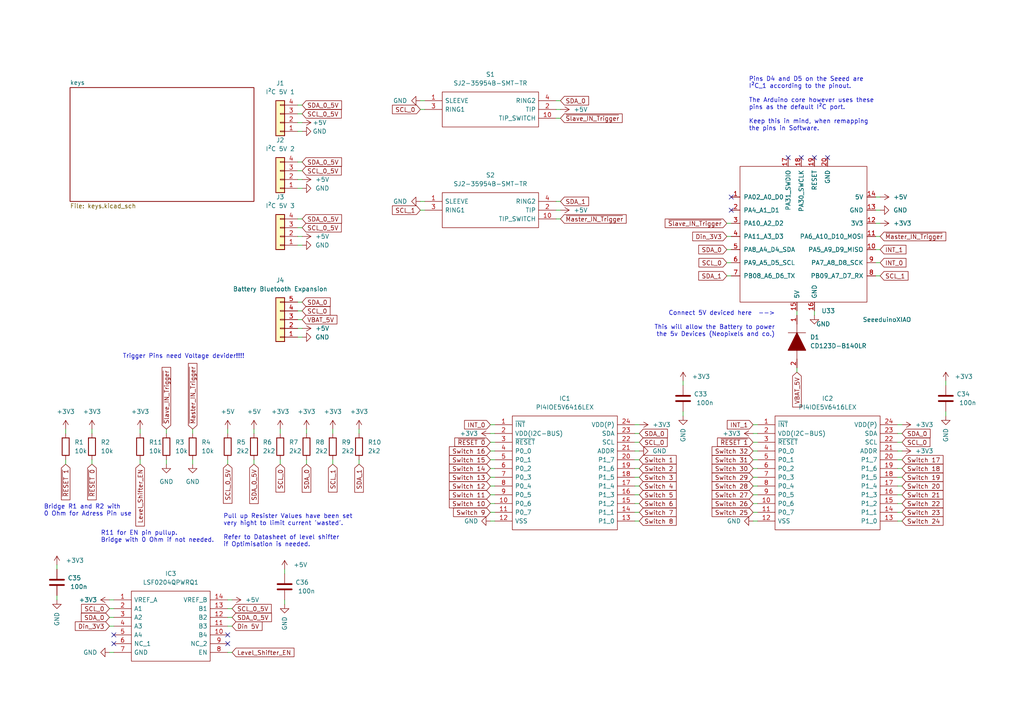
<source format=kicad_sch>
(kicad_sch (version 20211123) (generator eeschema)
  (paper "A4")
  (lib_symbols
    (symbol "Connector_Generic:Conn_01x04" (pin_names (offset 1.016) hide)
      (property "Reference" "J" (at 0 5.08 0))
      (property "Value" "Conn_01x04" (at 0 -7.62 0))
      (symbol "Conn_01x04_1_1"
        (rectangle (start -1.27 -4.953) (end 0 -5.207) (stroke (width 0.1524)))
        (rectangle (start -1.27 -2.413) (end 0 -2.667) (stroke (width 0.1524)))
        (rectangle (start -1.27 0.127) (end 0 -0.127) (stroke (width 0.1524)))
        (rectangle (start -1.27 2.667) (end 0 2.413) (stroke (width 0.1524)))
        (rectangle (start -1.27 3.81) (end 1.27 -6.35) (stroke (width 0.254)) (fill (type background)))
        (pin passive line (at -5.08 2.54 0) (length 3.81) (name "Pin_1") (number "1"))
        (pin passive line (at -5.08 0 0) (length 3.81) (name "Pin_2") (number "2"))
        (pin passive line (at -5.08 -2.54 0) (length 3.81) (name "Pin_3") (number "3"))
        (pin passive line (at -5.08 -5.08 0) (length 3.81) (name "Pin_4") (number "4"))
      )
    )
    (symbol "Connector_Generic:Conn_01x05" (pin_names (offset 1.016) hide)
      (property "Reference" "J" (at 0 7.62 0))
      (property "Value" "Conn_01x05" (at 0 -7.62 0))
      (symbol "Conn_01x05_1_1"
        (rectangle (start -1.27 -4.953) (end 0 -5.207) (stroke (width 0.1524)))
        (rectangle (start -1.27 -2.413) (end 0 -2.667) (stroke (width 0.1524)))
        (rectangle (start -1.27 0.127) (end 0 -0.127) (stroke (width 0.1524)))
        (rectangle (start -1.27 2.667) (end 0 2.413) (stroke (width 0.1524)))
        (rectangle (start -1.27 5.207) (end 0 4.953) (stroke (width 0.1524)))
        (rectangle (start -1.27 6.35) (end 1.27 -6.35) (stroke (width 0.254)) (fill (type background)))
        (pin passive line (at -5.08 5.08 0) (length 3.81) (name "Pin_1") (number "1"))
        (pin passive line (at -5.08 2.54 0) (length 3.81) (name "Pin_2") (number "2"))
        (pin passive line (at -5.08 0 0) (length 3.81) (name "Pin_3") (number "3"))
        (pin passive line (at -5.08 -2.54 0) (length 3.81) (name "Pin_4") (number "4"))
        (pin passive line (at -5.08 -5.08 0) (length 3.81) (name "Pin_5") (number "5"))
      )
    )
    (symbol "Device:C" (pin_numbers hide) (pin_names (offset 0.254))
      (property "Reference" "C" (at 0.635 2.54 0))
      (property "Value" "C" (at 0.635 -2.54 0))
      (symbol "C_0_1"
        (polyline (pts (xy -2.032 -0.762) (xy 2.032 -0.762)) (stroke (width 0.508)))
        (polyline (pts (xy -2.032 0.762) (xy 2.032 0.762)) (stroke (width 0.508)))
      )
      (symbol "C_1_1"
        (pin passive line (at 0 3.81 270) (length 2.794) (name "~") (number "1"))
        (pin passive line (at 0 -3.81 90) (length 2.794) (name "~") (number "2"))
      )
    )
    (symbol "Device:R" (pin_numbers hide) (pin_names (offset 0))
      (property "Reference" "R" (at 2.032 0 90))
      (property "Value" "R" (at 0 0 90))
      (symbol "R_0_1"
        (rectangle (start -1.016 -2.54) (end 1.016 2.54) (stroke (width 0.254)))
      )
      (symbol "R_1_1"
        (pin passive line (at 0 3.81 270) (length 1.27) (name "~") (number "1"))
        (pin passive line (at 0 -3.81 90) (length 1.27) (name "~") (number "2"))
      )
    )
    (symbol "SamacSys_Parts:CD123D-B140LR" (pin_names (offset 0.762))
      (property "Reference" "D" (at 11.43 5.08 0))
      (property "Value" "CD123D-B140LR" (at 11.43 2.54 0))
      (symbol "CD123D-B140LR_0_0"
        (pin passive line (at 0 0 0) (length 2.54) (name "~") (number "1"))
        (pin passive line (at 15.24 0 180) (length 2.54) (name "~") (number "2"))
      )
      (symbol "CD123D-B140LR_0_1"
        (polyline (pts (xy 2.54 0) (xy 5.08 0)) (stroke (width 0.1524)))
        (polyline (pts (xy 5.08 2.54) (xy 5.08 -2.54)) (stroke (width 0.1524)))
        (polyline (pts (xy 10.16 0) (xy 12.7 0)) (stroke (width 0.1524)))
        (polyline (pts (xy 5.08 0) (xy 10.16 2.54) (xy 10.16 -2.54) (xy 5.08 0)) (stroke (width 0.254)) (fill (type outline)))
      )
    )
    (symbol "SamacSys_Parts:LSF0204QPWRQ1" (pin_names (offset 0.762))
      (property "Reference" "IC" (at 29.21 7.62 0))
      (property "Value" "LSF0204QPWRQ1" (at 29.21 5.08 0))
      (symbol "LSF0204QPWRQ1_0_0"
        (pin passive line (at 0 0 0) (length 5.08) (name "VREF_A") (number "1"))
        (pin passive line (at 33.02 -10.16 180) (length 5.08) (name "B4") (number "10"))
        (pin passive line (at 33.02 -7.62 180) (length 5.08) (name "B3") (number "11"))
        (pin passive line (at 33.02 -5.08 180) (length 5.08) (name "B2") (number "12"))
        (pin passive line (at 33.02 -2.54 180) (length 5.08) (name "B1") (number "13"))
        (pin passive line (at 33.02 0 180) (length 5.08) (name "VREF_B") (number "14"))
        (pin passive line (at 0 -2.54 0) (length 5.08) (name "A1") (number "2"))
        (pin passive line (at 0 -5.08 0) (length 5.08) (name "A2") (number "3"))
        (pin passive line (at 0 -7.62 0) (length 5.08) (name "A3") (number "4"))
        (pin passive line (at 0 -10.16 0) (length 5.08) (name "A4") (number "5"))
        (pin passive line (at 0 -12.7 0) (length 5.08) (name "NC_1") (number "6"))
        (pin passive line (at 0 -15.24 0) (length 5.08) (name "GND") (number "7"))
        (pin passive line (at 33.02 -15.24 180) (length 5.08) (name "EN") (number "8"))
        (pin passive line (at 33.02 -12.7 180) (length 5.08) (name "NC_2") (number "9"))
      )
      (symbol "LSF0204QPWRQ1_0_1"
        (polyline (pts (xy 5.08 2.54) (xy 27.94 2.54) (xy 27.94 -17.78) (xy 5.08 -17.78) (xy 5.08 2.54)) (stroke (width 0.1524)))
      )
    )
    (symbol "SamacSys_Parts:PI4IOE5V6416LEX" (pin_names (offset 0.762))
      (property "Reference" "IC" (at 36.83 7.62 0))
      (property "Value" "PI4IOE5V6416LEX" (at 36.83 5.08 0))
      (symbol "PI4IOE5V6416LEX_0_0"
        (pin passive line (at 0 0 0) (length 5.08) (name "~{INT}") (number "1"))
        (pin passive line (at 0 -22.86 0) (length 5.08) (name "P0_6") (number "10"))
        (pin passive line (at 0 -25.4 0) (length 5.08) (name "P0_7") (number "11"))
        (pin passive line (at 0 -27.94 0) (length 5.08) (name "VSS") (number "12"))
        (pin passive line (at 40.64 -27.94 180) (length 5.08) (name "P1_0") (number "13"))
        (pin passive line (at 40.64 -25.4 180) (length 5.08) (name "P1_1") (number "14"))
        (pin passive line (at 40.64 -22.86 180) (length 5.08) (name "P1_2") (number "15"))
        (pin passive line (at 40.64 -20.32 180) (length 5.08) (name "P1_3") (number "16"))
        (pin passive line (at 40.64 -17.78 180) (length 5.08) (name "P1_4") (number "17"))
        (pin passive line (at 40.64 -15.24 180) (length 5.08) (name "P1_5") (number "18"))
        (pin passive line (at 40.64 -12.7 180) (length 5.08) (name "P1_6") (number "19"))
        (pin passive line (at 0 -2.54 0) (length 5.08) (name "VDD(I2C-BUS)") (number "2"))
        (pin passive line (at 40.64 -10.16 180) (length 5.08) (name "P1_7") (number "20"))
        (pin passive line (at 40.64 -7.62 180) (length 5.08) (name "ADDR") (number "21"))
        (pin passive line (at 40.64 -5.08 180) (length 5.08) (name "SCL") (number "22"))
        (pin passive line (at 40.64 -2.54 180) (length 5.08) (name "SDA") (number "23"))
        (pin passive line (at 40.64 0 180) (length 5.08) (name "VDD(P)") (number "24"))
        (pin passive line (at 0 -5.08 0) (length 5.08) (name "~{RESET}") (number "3"))
        (pin passive line (at 0 -7.62 0) (length 5.08) (name "P0_0") (number "4"))
        (pin passive line (at 0 -10.16 0) (length 5.08) (name "P0_1") (number "5"))
        (pin passive line (at 0 -12.7 0) (length 5.08) (name "P0_2") (number "6"))
        (pin passive line (at 0 -15.24 0) (length 5.08) (name "P0_3") (number "7"))
        (pin passive line (at 0 -17.78 0) (length 5.08) (name "P0_4") (number "8"))
        (pin passive line (at 0 -20.32 0) (length 5.08) (name "P0_5") (number "9"))
      )
      (symbol "PI4IOE5V6416LEX_0_1"
        (polyline (pts (xy 5.08 2.54) (xy 35.56 2.54) (xy 35.56 -30.48) (xy 5.08 -30.48) (xy 5.08 2.54)) (stroke (width 0.1524)))
      )
    )
    (symbol "SamacSys_Parts:SJ2-35954B-SMT-TR" (pin_names (offset 0.762))
      (property "Reference" "S" (at 34.29 7.62 0))
      (property "Value" "SJ2-35954B-SMT-TR" (at 34.29 5.08 0))
      (symbol "SJ2-35954B-SMT-TR_0_0"
        (pin passive line (at 0 0 0) (length 5.08) (name "SLEEVE") (number "1"))
        (pin passive line (at 38.1 -5.08 180) (length 5.08) (name "TIP_SWITCH") (number "10"))
        (pin passive line (at 38.1 -2.54 180) (length 5.08) (name "TIP") (number "2"))
        (pin passive line (at 0 -2.54 0) (length 5.08) (name "RING1") (number "3"))
        (pin passive line (at 38.1 0 180) (length 5.08) (name "RING2") (number "4"))
      )
      (symbol "SJ2-35954B-SMT-TR_0_1"
        (polyline (pts (xy 5.08 2.54) (xy 33.02 2.54) (xy 33.02 -7.62) (xy 5.08 -7.62) (xy 5.08 2.54)) (stroke (width 0.1524)))
      )
    )
    (symbol "Seeeduino XIAO:SeeeduinoXIAO" (pin_names (offset 1.016))
      (property "Reference" "U" (at -19.05 22.86 0))
      (property "Value" "SeeeduinoXIAO" (at -12.7 21.59 0))
      (symbol "SeeeduinoXIAO_0_1"
        (rectangle (start -19.05 20.32) (end 17.78 -19.05))
      )
      (symbol "SeeeduinoXIAO_1_1"
        (pin unspecified line (at -21.59 11.43 0) (length 2.54) (name "PA02_A0_D0") (number "1"))
        (pin unspecified line (at 20.32 -3.81 180) (length 2.54) (name "PA5_A9_D9_MISO") (number "10"))
        (pin unspecified line (at 20.32 0 180) (length 2.54) (name "PA6_A10_D10_MOSI") (number "11"))
        (pin unspecified line (at 20.32 3.81 180) (length 2.54) (name "3V3") (number "12"))
        (pin unspecified line (at 20.32 7.62 180) (length 2.54) (name "GND") (number "13"))
        (pin unspecified line (at 20.32 11.43 180) (length 2.54) (name "5V") (number "14"))
        (pin input line (at -2.54 -21.59 90) (length 2.54) (name "5V") (number "15"))
        (pin input line (at 2.54 -21.59 90) (length 2.54) (name "GND") (number "16"))
        (pin input line (at -5.08 22.86 270) (length 2.54) (name "PA31_SWDIO") (number "17"))
        (pin input line (at -1.27 22.86 270) (length 2.54) (name "PA30_SWCLK") (number "18"))
        (pin input line (at 2.54 22.86 270) (length 2.54) (name "RESET") (number "19"))
        (pin unspecified line (at -21.59 7.62 0) (length 2.54) (name "PA4_A1_D1") (number "2"))
        (pin input line (at 6.35 22.86 270) (length 2.54) (name "GND") (number "20"))
        (pin unspecified line (at -21.59 3.81 0) (length 2.54) (name "PA10_A2_D2") (number "3"))
        (pin unspecified line (at -21.59 0 0) (length 2.54) (name "PA11_A3_D3") (number "4"))
        (pin unspecified line (at -21.59 -3.81 0) (length 2.54) (name "PA8_A4_D4_SDA") (number "5"))
        (pin unspecified line (at -21.59 -7.62 0) (length 2.54) (name "PA9_A5_D5_SCL") (number "6"))
        (pin unspecified line (at -21.59 -11.43 0) (length 2.54) (name "PB08_A6_D6_TX") (number "7"))
        (pin unspecified line (at 20.32 -11.43 180) (length 2.54) (name "PB09_A7_D7_RX") (number "8"))
        (pin unspecified line (at 20.32 -7.62 180) (length 2.54) (name "PA7_A8_D8_SCK") (number "9"))
      )
    )
    (symbol "power:+3V3" (power) (pin_names (offset 0))
      (property "Value" "+3V3" (at 0 3.556 0))
      (symbol "+3V3_0_1"
        (polyline (pts (xy -0.762 1.27) (xy 0 2.54)))
        (polyline (pts (xy 0 0) (xy 0 2.54)))
        (polyline (pts (xy 0 2.54) (xy 0.762 1.27)))
      )
      (symbol "+3V3_1_1"
        (pin power_in line (at 0 0 90) (length 0) hide (name "+3V3") (number "1"))
      )
    )
    (symbol "power:+5V" (power) (pin_names (offset 0))
      (property "Value" "+5V" (at 0 3.556 0))
      (symbol "+5V_0_1"
        (polyline (pts (xy -0.762 1.27) (xy 0 2.54)))
        (polyline (pts (xy 0 0) (xy 0 2.54)))
        (polyline (pts (xy 0 2.54) (xy 0.762 1.27)))
      )
      (symbol "+5V_1_1"
        (pin power_in line (at 0 0 90) (length 0) hide (name "+5V") (number "1"))
      )
    )
    (symbol "power:GND" (power) (pin_names (offset 0))
      (property "Value" "GND" (at 0 -3.81 0))
      (symbol "GND_0_1"
        (polyline (pts (xy 0 0) (xy 0 -1.27) (xy 1.27 -1.27) (xy 0 -2.54) (xy -1.27 -1.27) (xy 0 -1.27)))
      )
      (symbol "GND_1_1"
        (pin power_in line (at 0 0 270) (length 0) hide (name "GND") (number "1"))
      )
    )
  )
  (no_connect (at 212.09 60.96))
  (no_connect (at 66.04 184.15))
  (no_connect (at 33.02 184.15))
  (no_connect (at 212.09 57.15))
  (no_connect (at 66.04 186.69))
  (no_connect (at 33.02 186.69))
  (no_connect (at 232.41 45.72))
  (no_connect (at 236.22 45.72))
  (no_connect (at 228.6 45.72))
  (no_connect (at 240.03 45.72))
  (wire (pts (xy 87.63 68.58) (xy 86.36 68.58)))
  (wire (pts (xy 16.51 173.99) (xy 16.51 172.72)))
  (wire (pts (xy 261.62 123.19) (xy 260.35 123.19)))
  (wire (pts (xy 142.24 135.89) (xy 143.51 135.89)))
  (wire (pts (xy 142.24 138.43) (xy 143.51 138.43)))
  (wire (pts (xy 67.31 179.07) (xy 66.04 179.07)))
  (wire (pts (xy 87.63 71.12) (xy 86.36 71.12)))
  (wire (pts (xy 261.62 143.51) (xy 260.35 143.51)))
  (wire (pts (xy 210.82 72.39) (xy 212.09 72.39)))
  (wire (pts (xy 218.44 146.05) (xy 219.71 146.05)))
  (wire (pts (xy 87.63 46.99) (xy 86.36 46.99)))
  (wire (pts (xy 185.42 128.27) (xy 184.15 128.27)))
  (wire (pts (xy 218.44 140.97) (xy 219.71 140.97)))
  (wire (pts (xy 96.52 134.62) (xy 96.52 133.35)))
  (wire (pts (xy 142.24 128.27) (xy 143.51 128.27)))
  (wire (pts (xy 255.27 76.2) (xy 254 76.2)))
  (wire (pts (xy 87.63 92.71) (xy 86.36 92.71)))
  (wire (pts (xy 185.42 151.13) (xy 184.15 151.13)))
  (wire (pts (xy 73.66 134.62) (xy 73.66 133.35)))
  (wire (pts (xy 67.31 181.61) (xy 66.04 181.61)))
  (wire (pts (xy 210.82 80.01) (xy 212.09 80.01)))
  (wire (pts (xy 218.44 148.59) (xy 219.71 148.59)))
  (wire (pts (xy 142.24 143.51) (xy 143.51 143.51)))
  (wire (pts (xy 87.63 54.61) (xy 86.36 54.61)))
  (wire (pts (xy 87.63 95.25) (xy 86.36 95.25)))
  (wire (pts (xy 218.44 151.13) (xy 219.71 151.13)))
  (wire (pts (xy 231.14 107.95) (xy 231.14 106.68)))
  (wire (pts (xy 218.44 123.19) (xy 219.71 123.19)))
  (wire (pts (xy 210.82 76.2) (xy 212.09 76.2)))
  (wire (pts (xy 88.9 124.46) (xy 88.9 125.73)))
  (wire (pts (xy 26.67 134.62) (xy 26.67 133.35)))
  (wire (pts (xy 31.75 179.07) (xy 33.02 179.07)))
  (wire (pts (xy 87.63 35.56) (xy 86.36 35.56)))
  (wire (pts (xy 255.27 57.15) (xy 254 57.15)))
  (wire (pts (xy 142.24 146.05) (xy 143.51 146.05)))
  (wire (pts (xy 73.66 124.46) (xy 73.66 125.73)))
  (wire (pts (xy 210.82 68.58) (xy 212.09 68.58)))
  (wire (pts (xy 218.44 143.51) (xy 219.71 143.51)))
  (wire (pts (xy 16.51 163.83) (xy 16.51 165.1)))
  (wire (pts (xy 81.28 124.46) (xy 81.28 125.73)))
  (wire (pts (xy 142.24 151.13) (xy 143.51 151.13)))
  (wire (pts (xy 218.44 125.73) (xy 219.71 125.73)))
  (wire (pts (xy 261.62 138.43) (xy 260.35 138.43)))
  (wire (pts (xy 67.31 173.99) (xy 66.04 173.99)))
  (wire (pts (xy 162.56 31.75) (xy 161.29 31.75)))
  (wire (pts (xy 161.29 63.5) (xy 162.56 63.5)))
  (wire (pts (xy 19.05 124.46) (xy 19.05 125.73)))
  (wire (pts (xy 185.42 135.89) (xy 184.15 135.89)))
  (wire (pts (xy 185.42 148.59) (xy 184.15 148.59)))
  (wire (pts (xy 121.92 29.21) (xy 123.19 29.21)))
  (wire (pts (xy 142.24 130.81) (xy 143.51 130.81)))
  (wire (pts (xy 236.22 91.44) (xy 236.22 90.17)))
  (wire (pts (xy 162.56 60.96) (xy 161.29 60.96)))
  (wire (pts (xy 19.05 134.62) (xy 19.05 133.35)))
  (wire (pts (xy 162.56 58.42) (xy 161.29 58.42)))
  (wire (pts (xy 121.92 31.75) (xy 123.19 31.75)))
  (wire (pts (xy 31.75 176.53) (xy 33.02 176.53)))
  (wire (pts (xy 87.63 49.53) (xy 86.36 49.53)))
  (wire (pts (xy 255.27 68.58) (xy 254 68.58)))
  (wire (pts (xy 87.63 90.17) (xy 86.36 90.17)))
  (wire (pts (xy 218.44 128.27) (xy 219.71 128.27)))
  (wire (pts (xy 185.42 140.97) (xy 184.15 140.97)))
  (wire (pts (xy 185.42 125.73) (xy 184.15 125.73)))
  (wire (pts (xy 104.14 134.62) (xy 104.14 133.35)))
  (wire (pts (xy 261.62 130.81) (xy 260.35 130.81)))
  (wire (pts (xy 162.56 29.21) (xy 161.29 29.21)))
  (wire (pts (xy 87.63 33.02) (xy 86.36 33.02)))
  (wire (pts (xy 185.42 146.05) (xy 184.15 146.05)))
  (wire (pts (xy 31.75 181.61) (xy 33.02 181.61)))
  (wire (pts (xy 142.24 148.59) (xy 143.51 148.59)))
  (wire (pts (xy 87.63 87.63) (xy 86.36 87.63)))
  (wire (pts (xy 66.04 134.62) (xy 66.04 133.35)))
  (wire (pts (xy 31.75 189.23) (xy 33.02 189.23)))
  (wire (pts (xy 261.62 148.59) (xy 260.35 148.59)))
  (wire (pts (xy 48.26 134.62) (xy 48.26 133.35)))
  (wire (pts (xy 87.63 63.5) (xy 86.36 63.5)))
  (wire (pts (xy 161.29 34.29) (xy 162.56 34.29)))
  (wire (pts (xy 31.75 173.99) (xy 33.02 173.99)))
  (wire (pts (xy 40.64 134.62) (xy 40.64 133.35)))
  (wire (pts (xy 261.62 133.35) (xy 260.35 133.35)))
  (wire (pts (xy 261.62 140.97) (xy 260.35 140.97)))
  (wire (pts (xy 55.88 134.62) (xy 55.88 133.35)))
  (wire (pts (xy 185.42 130.81) (xy 184.15 130.81)))
  (wire (pts (xy 55.88 124.46) (xy 55.88 125.73)))
  (wire (pts (xy 67.31 176.53) (xy 66.04 176.53)))
  (wire (pts (xy 261.62 151.13) (xy 260.35 151.13)))
  (wire (pts (xy 142.24 125.73) (xy 143.51 125.73)))
  (wire (pts (xy 48.26 124.46) (xy 48.26 125.73)))
  (wire (pts (xy 255.27 80.01) (xy 254 80.01)))
  (wire (pts (xy 261.62 135.89) (xy 260.35 135.89)))
  (wire (pts (xy 255.27 72.39) (xy 254 72.39)))
  (wire (pts (xy 87.63 52.07) (xy 86.36 52.07)))
  (wire (pts (xy 218.44 130.81) (xy 219.71 130.81)))
  (wire (pts (xy 142.24 123.19) (xy 143.51 123.19)))
  (wire (pts (xy 104.14 124.46) (xy 104.14 125.73)))
  (wire (pts (xy 210.82 64.77) (xy 212.09 64.77)))
  (wire (pts (xy 261.62 146.05) (xy 260.35 146.05)))
  (wire (pts (xy 231.14 91.44) (xy 231.14 90.17)))
  (wire (pts (xy 66.04 124.46) (xy 66.04 125.73)))
  (wire (pts (xy 142.24 133.35) (xy 143.51 133.35)))
  (wire (pts (xy 198.12 110.49) (xy 198.12 111.76)))
  (wire (pts (xy 198.12 120.65) (xy 198.12 119.38)))
  (wire (pts (xy 185.42 138.43) (xy 184.15 138.43)))
  (wire (pts (xy 142.24 140.97) (xy 143.51 140.97)))
  (wire (pts (xy 255.27 60.96) (xy 254 60.96)))
  (wire (pts (xy 88.9 134.62) (xy 88.9 133.35)))
  (wire (pts (xy 121.92 60.96) (xy 123.19 60.96)))
  (wire (pts (xy 81.28 134.62) (xy 81.28 133.35)))
  (wire (pts (xy 67.31 189.23) (xy 66.04 189.23)))
  (wire (pts (xy 255.27 64.77) (xy 254 64.77)))
  (wire (pts (xy 87.63 66.04) (xy 86.36 66.04)))
  (wire (pts (xy 96.52 124.46) (xy 96.52 125.73)))
  (wire (pts (xy 87.63 30.48) (xy 86.36 30.48)))
  (wire (pts (xy 82.55 175.26) (xy 82.55 173.99)))
  (wire (pts (xy 82.55 165.1) (xy 82.55 166.37)))
  (wire (pts (xy 121.92 58.42) (xy 123.19 58.42)))
  (wire (pts (xy 218.44 135.89) (xy 219.71 135.89)))
  (wire (pts (xy 261.62 125.73) (xy 260.35 125.73)))
  (wire (pts (xy 26.67 124.46) (xy 26.67 125.73)))
  (wire (pts (xy 274.32 110.49) (xy 274.32 111.76)))
  (wire (pts (xy 261.62 128.27) (xy 260.35 128.27)))
  (wire (pts (xy 218.44 138.43) (xy 219.71 138.43)))
  (wire (pts (xy 185.42 143.51) (xy 184.15 143.51)))
  (wire (pts (xy 87.63 38.1) (xy 86.36 38.1)))
  (wire (pts (xy 185.42 133.35) (xy 184.15 133.35)))
  (wire (pts (xy 218.44 133.35) (xy 219.71 133.35)))
  (wire (pts (xy 185.42 123.19) (xy 184.15 123.19)))
  (wire (pts (xy 40.64 124.46) (xy 40.64 125.73)))
  (wire (pts (xy 274.32 120.65) (xy 274.32 119.38)))
  (wire (pts (xy 87.63 97.79) (xy 86.36 97.79)))
  (text "Trigger Pins need Voltage devider!!!!" (at 35.56 104.14 0) (effects (font (size 1.27 1.27)) (justify left bottom)))
  (text "Pins D4 and D5 on the Seeed are\nI²C_1 according to the pinout.\n\nThe Arduino core however uses these\npins as the default I²C port.\n\nKeep this in mind, when remapping\nthe pins in Software." (at 217.17 38.1 0) (effects (font (size 1.27 1.27)) (justify left bottom)))
  (text "R11 for EN pin pullup.\nBridge with 0 Ohm if not needed." (at 29.21 157.48 0) (effects (font (size 1.27 1.27)) (justify left bottom)))
  (text "Connect 5V deviced here  -->\n\nThis will allow the Battery to power\nthe 5v Devices (Neopixels and co.)" (at 224.79 97.79 180) (effects (font (size 1.27 1.27)) (justify right bottom)))
  (text "Bridge R1 and R2 with\n0 Ohm for Adress Pin use" (at 12.7 149.86 0) (effects (font (size 1.27 1.27)) (justify left bottom)))
  (text "Pull up Resister Values have been set\nvery hight to limit current 'wasted'.\n\nRefer to Datasheet of level shifter\nif Optimisation is needed." (at 64.77 158.75 0) (effects (font (size 1.27 1.27)) (justify left bottom)))
  (global_label "Switch 9" (shape input) (at 142.24 148.59 180) (property "Intersheet References" "${INTERSHEET_REFS}" (effects hide)))
  (global_label "SDA_0" (shape input) (at 31.75 179.07 180) (property "Intersheet References" "${INTERSHEET_REFS}" (effects hide)))
  (global_label "~{Slave_IN_Trigger}" (shape input) (at 48.26 124.46 90) (property "Intersheet References" "${INTERSHEET_REFS}" (effects hide)))
  (global_label "~{Slave_IN_Trigger}" (shape input) (at 210.82 64.77 180) (property "Intersheet References" "${INTERSHEET_REFS}" (effects hide)))
  (global_label "INT_1" (shape input) (at 255.27 72.39 0) (property "Intersheet References" "${INTERSHEET_REFS}" (effects hide)))
  (global_label "Switch 20" (shape input) (at 261.62 140.97 0) (property "Intersheet References" "${INTERSHEET_REFS}" (effects hide)))
  (global_label "Switch 18" (shape input) (at 261.62 135.89 0) (property "Intersheet References" "${INTERSHEET_REFS}" (effects hide)))
  (global_label "SCL_1" (shape input) (at 96.52 134.62 270) (property "Intersheet References" "${INTERSHEET_REFS}" (effects hide)))
  (global_label "Din 5V" (shape input) (at 67.31 181.61 0) (property "Intersheet References" "${INTERSHEET_REFS}" (effects hide)))
  (global_label "Switch 29" (shape input) (at 218.44 138.43 180) (property "Intersheet References" "${INTERSHEET_REFS}" (effects hide)))
  (global_label "Level_Shifter_EN" (shape input) (at 67.31 189.23 0) (property "Intersheet References" "${INTERSHEET_REFS}" (effects hide)))
  (global_label "SCL_0" (shape input) (at 81.28 134.62 270) (property "Intersheet References" "${INTERSHEET_REFS}" (effects hide)))
  (global_label "Switch 10" (shape input) (at 142.24 146.05 180) (property "Intersheet References" "${INTERSHEET_REFS}" (effects hide)))
  (global_label "Switch 24" (shape input) (at 261.62 151.13 0) (property "Intersheet References" "${INTERSHEET_REFS}" (effects hide)))
  (global_label "SCL_1" (shape input) (at 121.92 60.96 180) (property "Intersheet References" "${INTERSHEET_REFS}" (effects hide)))
  (global_label "~{Master_IN_Trigger}" (shape input) (at 162.56 63.5 0) (property "Intersheet References" "${INTERSHEET_REFS}" (effects hide)))
  (global_label "SDA_0_5V" (shape input) (at 73.66 134.62 270) (property "Intersheet References" "${INTERSHEET_REFS}" (effects hide)))
  (global_label "SDA_0" (shape input) (at 261.62 125.73 0) (property "Intersheet References" "${INTERSHEET_REFS}" (effects hide)))
  (global_label "SDA_0_5V" (shape input) (at 67.31 179.07 0) (property "Intersheet References" "${INTERSHEET_REFS}" (effects hide)))
  (global_label "Switch 15" (shape input) (at 142.24 133.35 180) (property "Intersheet References" "${INTERSHEET_REFS}" (effects hide)))
  (global_label "INT_0" (shape input) (at 255.27 76.2 0) (property "Intersheet References" "${INTERSHEET_REFS}" (effects hide)))
  (global_label "SCL_0_5V" (shape input) (at 87.63 49.53 0) (property "Intersheet References" "${INTERSHEET_REFS}" (effects hide)))
  (global_label "Switch 5" (shape input) (at 185.42 143.51 0) (property "Intersheet References" "${INTERSHEET_REFS}" (effects hide)))
  (global_label "SDA_0" (shape input) (at 162.56 29.21 0) (property "Intersheet References" "${INTERSHEET_REFS}" (effects hide)))
  (global_label "VBAT_5V" (shape input) (at 87.63 92.71 0) (property "Intersheet References" "${INTERSHEET_REFS}" (effects hide)))
  (global_label "Switch 4" (shape input) (at 185.42 140.97 0) (property "Intersheet References" "${INTERSHEET_REFS}" (effects hide)))
  (global_label "Din_3V3" (shape input) (at 31.75 181.61 180) (property "Intersheet References" "${INTERSHEET_REFS}" (effects hide)))
  (global_label "Switch 1" (shape input) (at 185.42 133.35 0) (property "Intersheet References" "${INTERSHEET_REFS}" (effects hide)))
  (global_label "Switch 6" (shape input) (at 185.42 146.05 0) (property "Intersheet References" "${INTERSHEET_REFS}" (effects hide)))
  (global_label "Switch 11" (shape input) (at 142.24 143.51 180) (property "Intersheet References" "${INTERSHEET_REFS}" (effects hide)))
  (global_label "Level_Shifter_EN" (shape input) (at 40.64 134.62 270) (property "Intersheet References" "${INTERSHEET_REFS}" (effects hide)))
  (global_label "SCL_0" (shape input) (at 185.42 128.27 0) (property "Intersheet References" "${INTERSHEET_REFS}" (effects hide)))
  (global_label "SCL_0_5V" (shape input) (at 87.63 66.04 0) (property "Intersheet References" "${INTERSHEET_REFS}" (effects hide)))
  (global_label "SDA_0_5V" (shape input) (at 87.63 46.99 0) (property "Intersheet References" "${INTERSHEET_REFS}" (effects hide)))
  (global_label "SDA_1" (shape input) (at 162.56 58.42 0) (property "Intersheet References" "${INTERSHEET_REFS}" (effects hide)))
  (global_label "~{Master_IN_Trigger}" (shape input) (at 255.27 68.58 0) (property "Intersheet References" "${INTERSHEET_REFS}" (effects hide)))
  (global_label "VBAT_5V" (shape input) (at 231.14 107.95 270) (property "Intersheet References" "${INTERSHEET_REFS}" (effects hide)))
  (global_label "SCL_0" (shape input) (at 261.62 128.27 0) (property "Intersheet References" "${INTERSHEET_REFS}" (effects hide)))
  (global_label "Din_3V3" (shape input) (at 210.82 68.58 180) (property "Intersheet References" "${INTERSHEET_REFS}" (effects hide)))
  (global_label "Switch 13" (shape input) (at 142.24 138.43 180) (property "Intersheet References" "${INTERSHEET_REFS}" (effects hide)))
  (global_label "Switch 19" (shape input) (at 261.62 138.43 0) (property "Intersheet References" "${INTERSHEET_REFS}" (effects hide)))
  (global_label "~{Slave_IN_Trigger}" (shape input) (at 162.56 34.29 0) (property "Intersheet References" "${INTERSHEET_REFS}" (effects hide)))
  (global_label "Switch 23" (shape input) (at 261.62 148.59 0) (property "Intersheet References" "${INTERSHEET_REFS}" (effects hide)))
  (global_label "Switch 25" (shape input) (at 218.44 148.59 180) (property "Intersheet References" "${INTERSHEET_REFS}" (effects hide)))
  (global_label "INT_0" (shape input) (at 142.24 123.19 180) (property "Intersheet References" "${INTERSHEET_REFS}" (effects hide)))
  (global_label "SDA_0" (shape input) (at 210.82 72.39 180) (property "Intersheet References" "${INTERSHEET_REFS}" (effects hide)))
  (global_label "Switch 28" (shape input) (at 218.44 140.97 180) (property "Intersheet References" "${INTERSHEET_REFS}" (effects hide)))
  (global_label "~{RESET 0}" (shape input) (at 142.24 128.27 180) (property "Intersheet References" "${INTERSHEET_REFS}" (effects hide)))
  (global_label "Switch 26" (shape input) (at 218.44 146.05 180) (property "Intersheet References" "${INTERSHEET_REFS}" (effects hide)))
  (global_label "SCL_0_5V" (shape input) (at 87.63 33.02 0) (property "Intersheet References" "${INTERSHEET_REFS}" (effects hide)))
  (global_label "SCL_0" (shape input) (at 87.63 90.17 0) (property "Intersheet References" "${INTERSHEET_REFS}" (effects hide)))
  (global_label "Switch 7" (shape input) (at 185.42 148.59 0) (property "Intersheet References" "${INTERSHEET_REFS}" (effects hide)))
  (global_label "SDA_0_5V" (shape input) (at 87.63 63.5 0) (property "Intersheet References" "${INTERSHEET_REFS}" (effects hide)))
  (global_label "Switch 32" (shape input) (at 218.44 130.81 180) (property "Intersheet References" "${INTERSHEET_REFS}" (effects hide)))
  (global_label "SCL_0" (shape input) (at 210.82 76.2 180) (property "Intersheet References" "${INTERSHEET_REFS}" (effects hide)))
  (global_label "~{RESET 1}" (shape input) (at 218.44 128.27 180) (property "Intersheet References" "${INTERSHEET_REFS}" (effects hide)))
  (global_label "Switch 3" (shape input) (at 185.42 138.43 0) (property "Intersheet References" "${INTERSHEET_REFS}" (effects hide)))
  (global_label "Switch 22" (shape input) (at 261.62 146.05 0) (property "Intersheet References" "${INTERSHEET_REFS}" (effects hide)))
  (global_label "SDA_1" (shape input) (at 210.82 80.01 180) (property "Intersheet References" "${INTERSHEET_REFS}" (effects hide)))
  (global_label "Switch 17" (shape input) (at 261.62 133.35 0) (property "Intersheet References" "${INTERSHEET_REFS}" (effects hide)))
  (global_label "SCL_0_5V" (shape input) (at 67.31 176.53 0) (property "Intersheet References" "${INTERSHEET_REFS}" (effects hide)))
  (global_label "~{Master_IN_Trigger}" (shape input) (at 55.88 124.46 90) (property "Intersheet References" "${INTERSHEET_REFS}" (effects hide)))
  (global_label "~{RESET 0}" (shape input) (at 26.67 134.62 270) (property "Intersheet References" "${INTERSHEET_REFS}" (effects hide)))
  (global_label "Switch 30" (shape input) (at 218.44 135.89 180) (property "Intersheet References" "${INTERSHEET_REFS}" (effects hide)))
  (global_label "~{RESET 1}" (shape input) (at 19.05 134.62 270) (property "Intersheet References" "${INTERSHEET_REFS}" (effects hide)))
  (global_label "SCL_0" (shape input) (at 121.92 31.75 180) (property "Intersheet References" "${INTERSHEET_REFS}" (effects hide)))
  (global_label "SCL_1" (shape input) (at 255.27 80.01 0) (property "Intersheet References" "${INTERSHEET_REFS}" (effects hide)))
  (global_label "Switch 14" (shape input) (at 142.24 135.89 180) (property "Intersheet References" "${INTERSHEET_REFS}" (effects hide)))
  (global_label "SDA_0" (shape input) (at 185.42 125.73 0) (property "Intersheet References" "${INTERSHEET_REFS}" (effects hide)))
  (global_label "Switch 2" (shape input) (at 185.42 135.89 0) (property "Intersheet References" "${INTERSHEET_REFS}" (effects hide)))
  (global_label "SCL_0" (shape input) (at 31.75 176.53 180) (property "Intersheet References" "${INTERSHEET_REFS}" (effects hide)))
  (global_label "Switch 21" (shape input) (at 261.62 143.51 0) (property "Intersheet References" "${INTERSHEET_REFS}" (effects hide)))
  (global_label "Switch 16" (shape input) (at 142.24 130.81 180) (property "Intersheet References" "${INTERSHEET_REFS}" (effects hide)))
  (global_label "SDA_0_5V" (shape input) (at 87.63 30.48 0) (property "Intersheet References" "${INTERSHEET_REFS}" (effects hide)))
  (global_label "SDA_0" (shape input) (at 87.63 87.63 0) (property "Intersheet References" "${INTERSHEET_REFS}" (effects hide)))
  (global_label "SDA_0" (shape input) (at 88.9 134.62 270) (property "Intersheet References" "${INTERSHEET_REFS}" (effects hide)))
  (global_label "INT_1" (shape input) (at 218.44 123.19 180) (property "Intersheet References" "${INTERSHEET_REFS}" (effects hide)))
  (global_label "Switch 8" (shape input) (at 185.42 151.13 0) (property "Intersheet References" "${INTERSHEET_REFS}" (effects hide)))
  (global_label "Switch 31" (shape input) (at 218.44 133.35 180) (property "Intersheet References" "${INTERSHEET_REFS}" (effects hide)))
  (global_label "SCL_0_5V" (shape input) (at 66.04 134.62 270) (property "Intersheet References" "${INTERSHEET_REFS}" (effects hide)))
  (global_label "Switch 12" (shape input) (at 142.24 140.97 180) (property "Intersheet References" "${INTERSHEET_REFS}" (effects hide)))
  (global_label "Switch 27" (shape input) (at 218.44 143.51 180) (property "Intersheet References" "${INTERSHEET_REFS}" (effects hide)))
  (global_label "SDA_1" (shape input) (at 104.14 134.62 270) (property "Intersheet References" "${INTERSHEET_REFS}" (effects hide)))
  (symbol (lib_id "Device:R") (at 73.66 129.54 180) (unit 1)
    (property "Reference" "R6" (at 76.2 128.2699 0) (effects (justify right)))
    (property "Value" "2k2" (at 76.2 130.8099 0) (effects (justify right)))
    (property "Footprint" "Resistor_SMD:R_0603_1608Metric_Pad0.98x0.95mm_HandSolder" (effects hide))
  )
  (symbol (lib_id "Device:R") (at 81.28 129.54 180) (unit 1)
    (property "Reference" "R7" (at 83.82 128.2699 0) (effects (justify right)))
    (property "Value" "2k2" (at 83.82 130.8099 0) (effects (justify right)))
    (property "Footprint" "Resistor_SMD:R_0603_1608Metric_Pad0.98x0.95mm_HandSolder" (effects hide))
  )
  (symbol (lib_id "power:+3V3") (at 218.44 125.73 90) (unit 1)
    (property "Reference" "#PWR0127" (effects hide))
    (property "Value" "+3V3" (at 209.55 125.73 90) (effects (justify right)))
  )
  (symbol (lib_id "power:+3V3") (at 88.9 124.46 0) (unit 1)
    (property "Reference" "#PWR0123" (effects hide))
    (property "Value" "+3V3" (at 88.9 119.38 0))
  )
  (symbol (lib_id "power:GND") (at 55.88 134.62 0) (unit 1)
    (property "Reference" "#PWR0131" (effects hide))
    (property "Value" "GND" (at 55.88 139.7 0))
  )
  (symbol (lib_id "power:+3V3") (at 31.75 173.99 90) (unit 1)
    (property "Reference" "#PWR0132" (effects hide))
    (property "Value" "+3V3" (at 22.86 173.99 90) (effects (justify right)))
  )
  (symbol (lib_id "power:GND") (at 87.63 71.12 90) (unit 1)
    (property "Reference" "#PWR0110" (effects hide))
    (property "Value" "GND" (at 91.44 71.1199 90) (effects (justify right)))
  )
  (symbol (lib_id "Device:R") (at 19.05 129.54 180) (unit 1)
    (property "Reference" "R1" (at 21.59 128.2699 0) (effects (justify right)))
    (property "Value" "10k" (at 21.59 130.8099 0) (effects (justify right)))
    (property "Footprint" "Resistor_SMD:R_0603_1608Metric_Pad0.98x0.95mm_HandSolder" (effects hide))
  )
  (symbol (lib_id "power:+5V") (at 87.63 95.25 270) (unit 1)
    (property "Reference" "#PWR0173" (effects hide))
    (property "Value" "+5V" (at 91.44 95.2499 90) (effects (justify left)))
  )
  (symbol (lib_id "power:+3V3") (at 274.32 110.49 0) (unit 1)
    (property "Reference" "#PWR0111" (effects hide))
    (property "Value" "+3V3" (at 276.86 109.2199 0) (effects (justify left)))
  )
  (symbol (lib_id "Connector_Generic:Conn_01x04") (at 81.28 52.07 180) (unit 1)
    (property "Reference" "J2" (at 81.28 40.64 0))
    (property "Value" "I²C 5V 2" (at 81.28 43.18 0))
    (property "Footprint" "Connector_PinHeader_2.54mm:PinHeader_1x04_P2.54mm_Vertical" (effects hide))
  )
  (symbol (lib_id "power:+5V") (at 87.63 35.56 270) (unit 1)
    (property "Reference" "#PWR099" (effects hide))
    (property "Value" "+5V" (at 92.71 35.56 90))
  )
  (symbol (lib_id "power:+3V3") (at 96.52 124.46 0) (unit 1)
    (property "Reference" "#PWR0124" (effects hide))
    (property "Value" "+3V3" (at 96.52 119.38 0))
  )
  (symbol (lib_id "Connector_Generic:Conn_01x04") (at 81.28 68.58 180) (unit 1)
    (property "Reference" "J3" (at 81.28 57.15 0))
    (property "Value" "I²C 5V 3" (at 81.28 59.69 0))
    (property "Footprint" "Connector_PinHeader_2.54mm:PinHeader_1x04_P2.54mm_Vertical" (effects hide))
  )
  (symbol (lib_id "Device:C") (at 274.32 115.57 180) (unit 1)
    (property "Reference" "C34" (at 279.4 114.3 0))
    (property "Value" "100n" (at 280.67 116.84 0))
    (property "Footprint" "Capacitor_SMD:C_0603_1608Metric_Pad1.08x0.95mm_HandSolder" (effects hide))
  )
  (symbol (lib_id "Device:R") (at 96.52 129.54 180) (unit 1)
    (property "Reference" "R9" (at 99.06 128.2699 0) (effects (justify right)))
    (property "Value" "2k2" (at 99.06 130.8099 0) (effects (justify right)))
    (property "Footprint" "Resistor_SMD:R_0603_1608Metric_Pad0.98x0.95mm_HandSolder" (effects hide))
  )
  (symbol (lib_id "Device:R") (at 40.64 129.54 180) (unit 1)
    (property "Reference" "R11" (at 43.18 128.2699 0) (effects (justify right)))
    (property "Value" "10k" (at 43.18 130.8099 0) (effects (justify right)))
    (property "Footprint" "Resistor_SMD:R_0603_1608Metric_Pad0.98x0.95mm_HandSolder" (effects hide))
  )
  (symbol (lib_id "power:+3V3") (at 261.62 130.81 270) (unit 1)
    (property "Reference" "#PWR0129" (effects hide))
    (property "Value" "+3V3" (at 265.43 130.8099 90) (effects (justify left)))
  )
  (symbol (lib_id "power:GND") (at 274.32 120.65 0) (unit 1)
    (property "Reference" "#PWR0115" (effects hide))
    (property "Value" "GND" (at 274.32 128.27 90) (effects (justify left)))
  )
  (symbol (lib_id "power:+5V") (at 73.66 124.46 0) (unit 1)
    (property "Reference" "#PWR0121" (effects hide))
    (property "Value" "+5V" (at 73.66 119.38 0))
  )
  (symbol (lib_id "SamacSys_Parts:CD123D-B140LR") (at 231.14 91.44 270) (unit 1)
    (property "Reference" "D1" (at 234.95 97.7899 90) (effects (justify left)))
    (property "Value" "CD123D-B140LR" (at 234.95 100.3299 90) (effects (justify left)))
    (property "Footprint" "CD123DB140LR" (effects hide))
    (property "Datasheet" "https://www.bourns.com/docs/product-datasheets/cd123d-b.pdf?sfvrsn=54b574f6_7" (effects hide))
    (property "Description" "BOURNS - CD123D-B140LR - Small Signal Schottky Diode, Single, 40 V, 1 A, 380 mV, 20 A, 125 C" (effects hide))
    (property "Height" "1.16" (effects hide))
    (property "Manufacturer_Name" "Bourns" (effects hide))
    (property "Manufacturer_Part_Number" "CD123D-B140LR" (effects hide))
    (property "Mouser Part Number" "652-CD123D-B140LR" (effects hide))
    (property "Mouser Price/Stock" "https://www.mouser.co.uk/ProductDetail/Bourns/CD123D-B140LR?qs=xhbEVWpZdWeACvF%2F8gDRTg%3D%3D" (effects hide))
    (property "Arrow Part Number" "CD123D-B140LR" (effects hide))
    (property "Arrow Price/Stock" "https://www.arrow.com/en/products/cd123d-b140lr/bourns?region=nac" (effects hide))
  )
  (symbol (lib_id "SamacSys_Parts:SJ2-35954B-SMT-TR") (at 123.19 58.42 0) (unit 1)
    (property "Reference" "S2" (at 142.24 50.8 0))
    (property "Value" "SJ2-35954B-SMT-TR" (at 142.24 53.34 0))
    (property "Footprint" "SamacSys_Parts:SJ235954BSMTTR" (effects hide))
    (property "Datasheet" "https://www.arrow.com/en/products/sj2-35954b-smt-tr/cui-devices" (effects hide))
    (property "Description" "Phone Connectors 3.5mm Audio Jack SMT 4conductr Tip switc-1" (effects hide))
    (property "Height" "4.15" (effects hide))
    (property "Mouser Part Number" "490-SJ2-35954BSMT-TR" (effects hide))
    (property "Mouser Price/Stock" "https://www.mouser.co.uk/ProductDetail/CUI-Devices/SJ2-35954B-SMT-TR?qs=DXv0QSHKF4xFg%252BzFD15Yig%3D%3D" (effects hide))
    (property "Manufacturer_Name" "CUI Inc." (effects hide))
    (property "Manufacturer_Part_Number" "SJ2-35954B-SMT-TR" (effects hide))
  )
  (symbol (lib_id "power:GND") (at 218.44 151.13 270) (unit 1)
    (property "Reference" "#PWR0117" (effects hide))
    (property "Value" "GND" (at 210.82 151.13 90) (effects (justify left)))
  )
  (symbol (lib_id "SamacSys_Parts:PI4IOE5V6416LEX") (at 219.71 123.19 0) (unit 1)
    (property "Reference" "IC2" (at 240.03 115.57 0))
    (property "Value" "PI4IOE5V6416LEX" (at 240.03 118.11 0))
    (property "Footprint" "SamacSys_Parts:SOP65P640X120-24N" (effects hide))
    (property "Datasheet" "https://www.mouser.co.uk/datasheet/2/115/PI4IOE5V6416-1488866.pdf" (effects hide))
    (property "Description" "Interface - I/O Expanders Interface IO Expandr" (effects hide))
    (property "Height" "1.2" (effects hide))
    (property "Mouser Part Number" "729-PI4IOE5V6416LEX" (effects hide))
    (property "Mouser Price/Stock" "https://www.mouser.co.uk/ProductDetail/Diodes-Incorporated/PI4IOE5V6416LEX?qs=%252BEew9%252B0nqrBnQxInT0aOSw%3D%3D" (effects hide))
    (property "Manufacturer_Name" "Diodes Inc." (effects hide))
    (property "Manufacturer_Part_Number" "PI4IOE5V6416LEX" (effects hide))
  )
  (symbol (lib_id "power:+3V3") (at 26.67 124.46 0) (unit 1)
    (property "Reference" "#PWR0119" (effects hide))
    (property "Value" "+3V3" (at 26.67 119.38 0))
  )
  (symbol (lib_id "power:GND") (at 82.55 175.26 0) (unit 1)
    (property "Reference" "#PWR0171" (effects hide))
    (property "Value" "GND" (at 82.55 182.88 90) (effects (justify left)))
  )
  (symbol (lib_id "power:+5V") (at 82.55 165.1 0) (unit 1)
    (property "Reference" "#PWR0169" (effects hide))
    (property "Value" "+5V" (at 85.09 163.8299 0) (effects (justify left)))
  )
  (symbol (lib_id "Connector_Generic:Conn_01x04") (at 81.28 35.56 180) (unit 1)
    (property "Reference" "J1" (at 81.28 24.13 0))
    (property "Value" "I²C 5V 1" (at 81.28 26.67 0))
    (property "Footprint" "Connector_PinHeader_2.54mm:PinHeader_1x04_P2.54mm_Vertical" (effects hide))
  )
  (symbol (lib_id "Device:R") (at 26.67 129.54 180) (unit 1)
    (property "Reference" "R2" (at 29.21 128.2699 0) (effects (justify right)))
    (property "Value" "10k" (at 29.21 130.81 0) (effects (justify right)))
    (property "Footprint" "Resistor_SMD:R_0603_1608Metric_Pad0.98x0.95mm_HandSolder" (effects hide))
  )
  (symbol (lib_id "SamacSys_Parts:LSF0204QPWRQ1") (at 33.02 173.99 0) (unit 1)
    (property "Reference" "IC3" (at 49.53 166.37 0))
    (property "Value" "LSF0204QPWRQ1" (at 49.53 168.91 0))
    (property "Footprint" "SamacSys_Parts:SOP65P640X120-14N" (effects hide))
    (property "Datasheet" "http://www.ti.com/lit/gpn/lsf0204-q1" (effects hide))
    (property "Description" "Automotive 4-Bit Bidirectional Multi-Voltage Level Translator for Open-Drain or Push- Pull Interface" (effects hide))
    (property "Height" "1.2" (effects hide))
    (property "Mouser Part Number" "595-LSF0204QPWRQ1" (effects hide))
    (property "Mouser Price/Stock" "https://www.mouser.co.uk/ProductDetail/Texas-Instruments/LSF0204QPWRQ1?qs=w%2Fv1CP2dgqqt88p%2F1xId1A%3D%3D" (effects hide))
    (property "Manufacturer_Name" "Texas Instruments" (effects hide))
    (property "Manufacturer_Part_Number" "LSF0204QPWRQ1" (effects hide))
  )
  (symbol (lib_id "power:+3V3") (at 198.12 110.49 0) (unit 1)
    (property "Reference" "#PWR0102" (effects hide))
    (property "Value" "+3V3" (at 200.66 109.2199 0) (effects (justify left)))
  )
  (symbol (lib_id "Device:C") (at 16.51 168.91 180) (unit 1)
    (property "Reference" "C35" (at 21.59 167.64 0))
    (property "Value" "100n" (at 22.86 170.18 0))
    (property "Footprint" "Capacitor_SMD:C_0603_1608Metric_Pad1.08x0.95mm_HandSolder" (effects hide))
  )
  (symbol (lib_id "power:+5V") (at 162.56 60.96 270) (unit 1)
    (property "Reference" "#PWR0108" (effects hide))
    (property "Value" "+5V" (at 166.37 60.9599 90) (effects (justify left)))
  )
  (symbol (lib_id "Seeeduino XIAO:SeeeduinoXIAO") (at 233.68 68.58 0) (unit 1)
    (property "Reference" "U33" (at 238.2394 90.17 0) (effects (justify left)))
    (property "Value" "SeeeduinoXIAO" (at 250.19 92.71 0) (effects (justify left)))
    (property "Footprint" "Seeeduino XIAO KICAD:Seeeduino XIAO-MOUDLE14P-2.54-21X17.8MM-MINIMAL-PADS" (effects hide))
  )
  (symbol (lib_id "power:+5V") (at 87.63 52.07 270) (unit 1)
    (property "Reference" "#PWR0105" (effects hide))
    (property "Value" "+5V" (at 91.44 52.0699 90) (effects (justify left)))
  )
  (symbol (lib_id "power:+3V3") (at 185.42 123.19 270) (unit 1)
    (property "Reference" "#PWR0112" (effects hide))
    (property "Value" "+3V3" (at 189.23 123.1899 90) (effects (justify left)))
  )
  (symbol (lib_id "Device:R") (at 48.26 129.54 180) (unit 1)
    (property "Reference" "R3" (at 50.8 128.2699 0) (effects (justify right)))
    (property "Value" "10k" (at 50.8 130.8099 0) (effects (justify right)))
    (property "Footprint" "Resistor_SMD:R_0603_1608Metric_Pad0.98x0.95mm_HandSolder" (effects hide))
  )
  (symbol (lib_id "power:+3V3") (at 255.27 64.77 270) (unit 1)
    (property "Reference" "#PWR0104" (effects hide))
    (property "Value" "+3V3" (at 259.08 64.7699 90) (effects (justify left)))
  )
  (symbol (lib_id "power:+3V3") (at 40.64 124.46 0) (unit 1)
    (property "Reference" "#PWR0135" (effects hide))
    (property "Value" "+3V3" (at 40.64 119.38 0))
  )
  (symbol (lib_id "power:+3V3") (at 19.05 124.46 0) (unit 1)
    (property "Reference" "#PWR0118" (effects hide))
    (property "Value" "+3V3" (at 19.05 119.38 0))
  )
  (symbol (lib_id "Device:C") (at 198.12 115.57 180) (unit 1)
    (property "Reference" "C33" (at 203.2 114.3 0))
    (property "Value" "100n" (at 204.47 116.84 0))
    (property "Footprint" "Capacitor_SMD:C_0603_1608Metric_Pad1.08x0.95mm_HandSolder" (effects hide))
  )
  (symbol (lib_id "power:GND") (at 185.42 130.81 90) (unit 1)
    (property "Reference" "#PWR0128" (effects hide))
    (property "Value" "GND" (at 189.23 130.8099 90) (effects (justify right)))
  )
  (symbol (lib_id "Device:R") (at 104.14 129.54 180) (unit 1)
    (property "Reference" "R10" (at 106.68 128.2699 0) (effects (justify right)))
    (property "Value" "2k2" (at 106.68 130.8099 0) (effects (justify right)))
    (property "Footprint" "Resistor_SMD:R_0603_1608Metric_Pad0.98x0.95mm_HandSolder" (effects hide))
  )
  (symbol (lib_id "power:+3V3") (at 142.24 125.73 90) (unit 1)
    (property "Reference" "#PWR0126" (effects hide))
    (property "Value" "+3V3" (at 133.35 125.73 90) (effects (justify right)))
  )
  (symbol (lib_id "power:GND") (at 31.75 189.23 270) (unit 1)
    (property "Reference" "#PWR0134" (effects hide))
    (property "Value" "GND" (at 24.13 189.23 90) (effects (justify left)))
  )
  (symbol (lib_id "Connector_Generic:Conn_01x05") (at 81.28 92.71 180) (unit 1)
    (property "Reference" "J4" (at 81.28 81.28 0))
    (property "Value" "Battery Bluetooth Expansion" (at 81.28 83.82 0))
    (property "Footprint" "Connector_PinHeader_2.54mm:PinHeader_1x05_P2.54mm_Vertical" (effects hide))
  )
  (symbol (lib_id "Device:R") (at 88.9 129.54 180) (unit 1)
    (property "Reference" "R8" (at 91.44 128.2699 0) (effects (justify right)))
    (property "Value" "2k2" (at 91.44 130.8099 0) (effects (justify right)))
    (property "Footprint" "Resistor_SMD:R_0603_1608Metric_Pad0.98x0.95mm_HandSolder" (effects hide))
  )
  (symbol (lib_id "Device:R") (at 66.04 129.54 180) (unit 1)
    (property "Reference" "R5" (at 68.58 128.2699 0) (effects (justify right)))
    (property "Value" "2k2" (at 68.58 130.8099 0) (effects (justify right)))
    (property "Footprint" "Resistor_SMD:R_0603_1608Metric_Pad0.98x0.95mm_HandSolder" (effects hide))
  )
  (symbol (lib_id "power:+5V") (at 162.56 31.75 270) (unit 1)
    (property "Reference" "#PWR098" (effects hide))
    (property "Value" "+5V" (at 166.37 31.7499 90) (effects (justify left)))
  )
  (symbol (lib_id "Device:C") (at 82.55 170.18 180) (unit 1)
    (property "Reference" "C36" (at 87.63 168.91 0))
    (property "Value" "100n" (at 88.9 171.45 0))
    (property "Footprint" "Capacitor_SMD:C_0603_1608Metric_Pad1.08x0.95mm_HandSolder" (effects hide))
  )
  (symbol (lib_id "power:GND") (at 255.27 60.96 90) (unit 1)
    (property "Reference" "#PWR0103" (effects hide))
    (property "Value" "GND" (at 259.08 60.9599 90) (effects (justify right)))
  )
  (symbol (lib_id "power:GND") (at 236.22 91.44 0) (unit 1)
    (property "Reference" "#PWR0174" (effects hide))
    (property "Value" "GND" (at 238.76 93.98 0))
  )
  (symbol (lib_id "power:+5V") (at 67.31 173.99 270) (unit 1)
    (property "Reference" "#PWR0133" (effects hide))
    (property "Value" "+5V" (at 71.12 173.9899 90) (effects (justify left)))
  )
  (symbol (lib_id "SamacSys_Parts:PI4IOE5V6416LEX") (at 143.51 123.19 0) (unit 1)
    (property "Reference" "IC1" (at 163.83 115.57 0))
    (property "Value" "PI4IOE5V6416LEX" (at 163.83 118.11 0))
    (property "Footprint" "SamacSys_Parts:SOP65P640X120-24N" (effects hide))
    (property "Datasheet" "https://www.mouser.co.uk/datasheet/2/115/PI4IOE5V6416-1488866.pdf" (effects hide))
    (property "Description" "Interface - I/O Expanders Interface IO Expandr" (effects hide))
    (property "Height" "1.2" (effects hide))
    (property "Mouser Part Number" "729-PI4IOE5V6416LEX" (effects hide))
    (property "Mouser Price/Stock" "https://www.mouser.co.uk/ProductDetail/Diodes-Incorporated/PI4IOE5V6416LEX?qs=%252BEew9%252B0nqrBnQxInT0aOSw%3D%3D" (effects hide))
    (property "Manufacturer_Name" "Diodes Inc." (effects hide))
    (property "Manufacturer_Part_Number" "PI4IOE5V6416LEX" (effects hide))
  )
  (symbol (lib_id "power:+3V3") (at 81.28 124.46 0) (unit 1)
    (property "Reference" "#PWR0122" (effects hide))
    (property "Value" "+3V3" (at 81.28 119.38 0))
  )
  (symbol (lib_id "power:+3V3") (at 104.14 124.46 0) (unit 1)
    (property "Reference" "#PWR0125" (effects hide))
    (property "Value" "+3V3" (at 104.14 119.38 0))
  )
  (symbol (lib_id "power:+5V") (at 255.27 57.15 270) (unit 1)
    (property "Reference" "#PWR0101" (effects hide))
    (property "Value" "+5V" (at 259.08 57.1499 90) (effects (justify left)))
  )
  (symbol (lib_id "Device:R") (at 55.88 129.54 180) (unit 1)
    (property "Reference" "R4" (at 58.42 128.2699 0) (effects (justify right)))
    (property "Value" "10k" (at 58.42 130.8099 0) (effects (justify right)))
    (property "Footprint" "Resistor_SMD:R_0603_1608Metric_Pad0.98x0.95mm_HandSolder" (effects hide))
  )
  (symbol (lib_id "power:+5V") (at 87.63 68.58 270) (unit 1)
    (property "Reference" "#PWR0109" (effects hide))
    (property "Value" "+5V" (at 91.44 68.5799 90) (effects (justify left)))
  )
  (symbol (lib_id "power:GND") (at 16.51 173.99 0) (unit 1)
    (property "Reference" "#PWR0170" (effects hide))
    (property "Value" "GND" (at 16.51 181.61 90) (effects (justify left)))
  )
  (symbol (lib_id "power:GND") (at 48.26 134.62 0) (unit 1)
    (property "Reference" "#PWR0130" (effects hide))
    (property "Value" "GND" (at 48.26 139.7 0))
  )
  (symbol (lib_id "power:GND") (at 87.63 38.1 90) (unit 1)
    (property "Reference" "#PWR0100" (effects hide))
    (property "Value" "GND" (at 92.71 38.1 90))
  )
  (symbol (lib_id "power:GND") (at 87.63 54.61 90) (unit 1)
    (property "Reference" "#PWR0106" (effects hide))
    (property "Value" "GND" (at 91.44 54.6099 90) (effects (justify right)))
  )
  (symbol (lib_id "power:+3V3") (at 261.62 123.19 270) (unit 1)
    (property "Reference" "#PWR0113" (effects hide))
    (property "Value" "+3V3" (at 265.43 123.1899 90) (effects (justify left)))
  )
  (symbol (lib_id "power:GND") (at 87.63 97.79 90) (unit 1)
    (property "Reference" "#PWR0172" (effects hide))
    (property "Value" "GND" (at 91.44 97.7899 90) (effects (justify right)))
  )
  (symbol (lib_id "power:GND") (at 198.12 120.65 0) (unit 1)
    (property "Reference" "#PWR0114" (effects hide))
    (property "Value" "GND" (at 198.12 128.27 90) (effects (justify left)))
  )
  (symbol (lib_id "SamacSys_Parts:SJ2-35954B-SMT-TR") (at 123.19 29.21 0) (unit 1)
    (property "Reference" "S1" (at 142.24 21.59 0))
    (property "Value" "SJ2-35954B-SMT-TR" (at 142.24 24.13 0))
    (property "Footprint" "SamacSys_Parts:SJ235954BSMTTR" (effects hide))
    (property "Datasheet" "https://www.arrow.com/en/products/sj2-35954b-smt-tr/cui-devices" (effects hide))
    (property "Description" "Phone Connectors 3.5mm Audio Jack SMT 4conductr Tip switc-1" (effects hide))
    (property "Height" "4.15" (effects hide))
    (property "Mouser Part Number" "490-SJ2-35954BSMT-TR" (effects hide))
    (property "Mouser Price/Stock" "https://www.mouser.co.uk/ProductDetail/CUI-Devices/SJ2-35954B-SMT-TR?qs=DXv0QSHKF4xFg%252BzFD15Yig%3D%3D" (effects hide))
    (property "Manufacturer_Name" "CUI Inc." (effects hide))
    (property "Manufacturer_Part_Number" "SJ2-35954B-SMT-TR" (effects hide))
  )
  (symbol (lib_id "power:+5V") (at 66.04 124.46 0) (unit 1)
    (property "Reference" "#PWR0120" (effects hide))
    (property "Value" "+5V" (at 66.04 119.38 0))
  )
  (symbol (lib_id "power:GND") (at 142.24 151.13 270) (unit 1)
    (property "Reference" "#PWR0116" (effects hide))
    (property "Value" "GND" (at 134.62 151.13 90) (effects (justify left)))
  )
  (symbol (lib_id "power:GND") (at 121.92 58.42 270) (unit 1)
    (property "Reference" "#PWR0107" (effects hide))
    (property "Value" "GND" (at 118.11 58.4199 90) (effects (justify right)))
  )
  (symbol (lib_id "power:GND") (at 121.92 29.21 270) (unit 1)
    (property "Reference" "#PWR097" (effects hide))
    (property "Value" "GND" (at 118.11 29.2099 90) (effects (justify right)))
  )
  (symbol (lib_id "power:+3V3") (at 16.51 163.83 0) (unit 1)
    (property "Reference" "#PWR0168" (effects hide))
    (property "Value" "+3V3" (at 19.05 162.5599 0) (effects (justify left)))
  )
  (sheet (at 20.32 25.4) (size 53.34 33.02) (stroke (width 0.1524))
    (property "Sheet name" "keys" (at 20.32 24.6884 0) (effects (justify left bottom)))
    (property "Sheet file" "keys.kicad_sch" (at 20.32 59.0046 0) (effects (justify left top)))
  )
)
</source>
